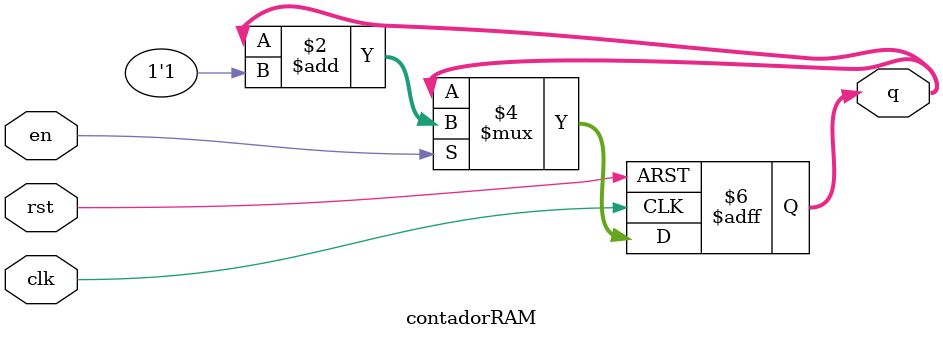
<source format=sv>
module contadorRAM #(parameter N = 8)(input clk, rst, en, output logic [N-1:0] q);
					
	always_ff@(posedge clk or posedge rst) begin
		
		if(rst)
			q = 8'h00;
		else
			if(en)
				q = q + 1'b1;
	end						
endmodule 
</source>
